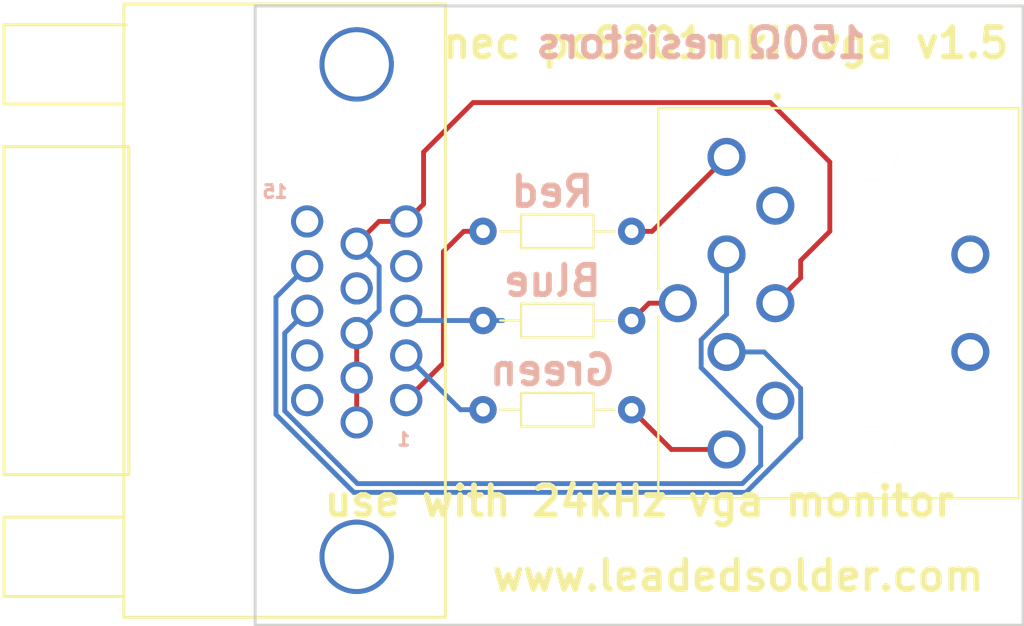
<source format=kicad_pcb>
(kicad_pcb (version 20171130) (host pcbnew "(5.0.0-3-g5ebb6b6)")

  (general
    (thickness 1.6)
    (drawings 14)
    (tracks 51)
    (zones 0)
    (modules 5)
    (nets 17)
  )

  (page A4)
  (layers
    (0 F.Cu signal)
    (31 B.Cu signal)
    (32 B.Adhes user)
    (33 F.Adhes user)
    (34 B.Paste user)
    (35 F.Paste user)
    (36 B.SilkS user)
    (37 F.SilkS user)
    (38 B.Mask user)
    (39 F.Mask user)
    (40 Dwgs.User user)
    (41 Cmts.User user)
    (42 Eco1.User user)
    (43 Eco2.User user)
    (44 Edge.Cuts user)
    (45 Margin user)
    (46 B.CrtYd user)
    (47 F.CrtYd user)
    (48 B.Fab user)
    (49 F.Fab user)
  )

  (setup
    (last_trace_width 0.25)
    (trace_clearance 0.2)
    (zone_clearance 0.508)
    (zone_45_only no)
    (trace_min 0.2)
    (segment_width 0.2)
    (edge_width 0.15)
    (via_size 0.8)
    (via_drill 0.4)
    (via_min_size 0.4)
    (via_min_drill 0.3)
    (uvia_size 0.3)
    (uvia_drill 0.1)
    (uvias_allowed no)
    (uvia_min_size 0.2)
    (uvia_min_drill 0.1)
    (pcb_text_width 0.3)
    (pcb_text_size 1.5 1.5)
    (mod_edge_width 0.15)
    (mod_text_size 1 1)
    (mod_text_width 0.15)
    (pad_size 1.4 1.4)
    (pad_drill 0.7)
    (pad_to_mask_clearance 0.2)
    (aux_axis_origin 0 0)
    (visible_elements FFFFFF7F)
    (pcbplotparams
      (layerselection 0x010fc_ffffffff)
      (usegerberextensions false)
      (usegerberattributes false)
      (usegerberadvancedattributes false)
      (creategerberjobfile false)
      (excludeedgelayer true)
      (linewidth 0.100000)
      (plotframeref false)
      (viasonmask false)
      (mode 1)
      (useauxorigin false)
      (hpglpennumber 1)
      (hpglpenspeed 20)
      (hpglpendiameter 15.000000)
      (psnegative false)
      (psa4output false)
      (plotreference true)
      (plotvalue true)
      (plotinvisibletext false)
      (padsonsilk false)
      (subtractmaskfromsilk false)
      (outputformat 1)
      (mirror false)
      (drillshape 0)
      (scaleselection 1)
      (outputdirectory "plot"))
  )

  (net 0 "")
  (net 1 /Blue)
  (net 2 /Red)
  (net 3 /Green)
  (net 4 /H-Sync)
  (net 5 /V-Sync)
  (net 6 /12V)
  (net 7 /GND)
  (net 8 /Red_VGA)
  (net 9 /Green_VGA)
  (net 10 /Blue_VGA)
  (net 11 /NC)
  (net 12 "Net-(V1-Pad15)")
  (net 13 "Net-(V1-Pad12)")
  (net 14 "Net-(V1-Pad11)")
  (net 15 /KEY)
  (net 16 "Net-(V1-Pad4)")

  (net_class Default "This is the default net class."
    (clearance 0.2)
    (trace_width 0.25)
    (via_dia 0.8)
    (via_drill 0.4)
    (uvia_dia 0.3)
    (uvia_drill 0.1)
    (add_net /12V)
    (add_net /Blue)
    (add_net /Blue_VGA)
    (add_net /GND)
    (add_net /Green)
    (add_net /Green_VGA)
    (add_net /H-Sync)
    (add_net /KEY)
    (add_net /NC)
    (add_net /Red)
    (add_net /Red_VGA)
    (add_net /V-Sync)
    (add_net "Net-(V1-Pad11)")
    (add_net "Net-(V1-Pad12)")
    (add_net "Net-(V1-Pad15)")
    (add_net "Net-(V1-Pad4)")
  )

  (module Connector_TE_AMP_HD15:FIXED-1-1734530-1 (layer F.Cu) (tedit 5BA2F222) (tstamp 5BA320A5)
    (at 168.656 107.696 90)
    (path /5B82E1A2)
    (fp_text reference V1 (at 0 0 90) (layer F.SilkS) hide
      (effects (font (size 1 1) (thickness 0.15)))
    )
    (fp_text value "15kHz VGA" (at 0 0 90) (layer F.SilkS) hide
      (effects (font (size 1 1) (thickness 0.15)))
    )
    (fp_text user "Copyright 2016 Accelerated Designs. All rights reserved." (at 0 0 90) (layer Cmts.User)
      (effects (font (size 0.127 0.127) (thickness 0.002)))
    )
    (fp_text user * (at 0 0 90) (layer F.SilkS) hide
      (effects (font (size 1 1) (thickness 0.15)))
    )
    (fp_text user * (at 0 0 90) (layer F.Fab)
      (effects (font (size 1 1) (thickness 0.15)))
    )
    (fp_line (start 5.215 16.2306) (end 4.58 17.5006) (layer F.Fab) (width 0.1524))
    (fp_line (start 3.945 16.2306) (end 4.58 17.5006) (layer F.Fab) (width 0.1524))
    (fp_line (start 14.6558 0) (end 14.6558 -6.2738) (layer F.SilkS) (width 0.1524))
    (fp_line (start 14.6558 -6.2738) (end 10.5918 -6.2738) (layer F.SilkS) (width 0.1524))
    (fp_line (start 10.5918 -6.2738) (end 10.5918 -0.127) (layer F.SilkS) (width 0.1524))
    (fp_line (start -10.5918 -0.127) (end -10.5918 -6.2738) (layer F.SilkS) (width 0.1524))
    (fp_line (start -10.5918 -6.2738) (end -14.6558 -6.2738) (layer F.SilkS) (width 0.1524))
    (fp_line (start -14.6558 -6.2738) (end -14.6558 -0.127) (layer F.SilkS) (width 0.1524))
    (fp_line (start 14.5288 0) (end 14.5288 -6.1468) (layer F.Fab) (width 0.1524))
    (fp_line (start 14.5288 -6.1468) (end 10.7188 -6.1468) (layer F.Fab) (width 0.1524))
    (fp_line (start 10.7188 -6.1468) (end 10.7188 0) (layer F.Fab) (width 0.1524))
    (fp_line (start 13.5763 0) (end 13.5763 -6.1468) (layer F.Fab) (width 0.1524))
    (fp_line (start 11.6713 -6.1468) (end 11.6713 0) (layer F.Fab) (width 0.1524))
    (fp_line (start -10.7188 0) (end -10.7188 -6.1468) (layer F.Fab) (width 0.1524))
    (fp_line (start -10.7188 -6.1468) (end -14.5288 -6.1468) (layer F.Fab) (width 0.1524))
    (fp_line (start -14.5288 -6.1468) (end -14.5288 0) (layer F.Fab) (width 0.1524))
    (fp_line (start -11.6713 0) (end -11.6713 -6.1468) (layer F.Fab) (width 0.1524))
    (fp_line (start -13.5763 -6.1468) (end -13.5763 0) (layer F.Fab) (width 0.1524))
    (fp_line (start 15.7226 16.3576) (end -15.7226 16.3576) (layer F.SilkS) (width 0.1524))
    (fp_line (start -15.7226 16.3576) (end -15.7226 -0.127) (layer F.SilkS) (width 0.1524))
    (fp_line (start -15.7226 -0.127) (end 15.7226 -0.127) (layer F.SilkS) (width 0.1524))
    (fp_line (start 15.7226 -0.127) (end 15.7226 16.3576) (layer F.SilkS) (width 0.1524))
    (fp_line (start 15.5956 16.2306) (end -15.5956 16.2306) (layer F.Fab) (width 0.1524))
    (fp_line (start -15.5956 16.2306) (end -15.5956 0) (layer F.Fab) (width 0.1524))
    (fp_line (start -15.5956 0) (end 15.5956 0) (layer F.Fab) (width 0.1524))
    (fp_line (start 15.5956 0) (end 15.5956 16.2306) (layer F.Fab) (width 0.1524))
    (fp_line (start 8.4074 0.127) (end -8.4074 0.127) (layer F.SilkS) (width 0.1524))
    (fp_line (start -8.4074 0.127) (end -8.4074 -6.2738) (layer F.SilkS) (width 0.1524))
    (fp_line (start -8.4074 -6.2738) (end 8.4074 -6.2738) (layer F.SilkS) (width 0.1524))
    (fp_line (start 8.4074 -6.2738) (end 8.4074 0.127) (layer F.SilkS) (width 0.1524))
    (fp_line (start 8.2804 0) (end -8.2804 0) (layer F.Fab) (width 0.1524))
    (fp_line (start -8.2804 0) (end -8.2804 -6.1468) (layer F.Fab) (width 0.1524))
    (fp_line (start -8.2804 -6.1468) (end 8.2804 -6.1468) (layer F.Fab) (width 0.1524))
    (fp_line (start 8.2804 -6.1468) (end 8.2804 0) (layer F.Fab) (width 0.1524))
    (fp_line (start -15.8496 -6.4008) (end 15.8496 -6.4008) (layer F.CrtYd) (width 0.1524))
    (fp_line (start 15.8496 -6.4008) (end 15.8496 16.4846) (layer F.CrtYd) (width 0.1524))
    (fp_line (start 15.8496 16.4846) (end -15.8496 16.4846) (layer F.CrtYd) (width 0.1524))
    (fp_line (start -15.8496 16.4846) (end -15.8496 -6.4008) (layer F.CrtYd) (width 0.1524))
    (pad 15 thru_hole circle (at 4.572 9.271 90) (size 1.651 1.651) (drill 1.143) (layers *.Cu *.Mask)
      (net 12 "Net-(V1-Pad15)"))
    (pad 14 thru_hole circle (at 2.282 9.271 90) (size 1.651 1.651) (drill 1.143) (layers *.Cu *.Mask)
      (net 4 /H-Sync))
    (pad 13 thru_hole circle (at -0.008001 9.271 90) (size 1.651 1.651) (drill 1.143) (layers *.Cu *.Mask)
      (net 5 /V-Sync))
    (pad 12 thru_hole circle (at -2.297999 9.271 90) (size 1.651 1.651) (drill 1.143) (layers *.Cu *.Mask)
      (net 13 "Net-(V1-Pad12)"))
    (pad 11 thru_hole circle (at -4.587999 9.271 90) (size 1.651 1.651) (drill 1.143) (layers *.Cu *.Mask)
      (net 14 "Net-(V1-Pad11)"))
    (pad 10 thru_hole circle (at 3.429 11.811 90) (size 1.651 1.651) (drill 1.143) (layers *.Cu *.Mask)
      (net 7 /GND))
    (pad 9 thru_hole circle (at 1.139 11.811 90) (size 1.651 1.651) (drill 1.143) (layers *.Cu *.Mask)
      (net 15 /KEY))
    (pad 8 thru_hole circle (at -1.151001 11.811 90) (size 1.651 1.651) (drill 1.143) (layers *.Cu *.Mask)
      (net 7 /GND))
    (pad 7 thru_hole circle (at -3.440999 11.811 90) (size 1.651 1.651) (drill 1.143) (layers *.Cu *.Mask)
      (net 7 /GND))
    (pad 6 thru_hole circle (at -5.730999 11.811 90) (size 1.651 1.651) (drill 1.143) (layers *.Cu *.Mask)
      (net 7 /GND))
    (pad 5 thru_hole circle (at 4.572 14.351 90) (size 1.651 1.651) (drill 1.143) (layers *.Cu *.Mask)
      (net 7 /GND))
    (pad 4 thru_hole circle (at 2.281936 14.351 90) (size 1.651 1.651) (drill 1.143) (layers *.Cu *.Mask)
      (net 16 "Net-(V1-Pad4)"))
    (pad 3 thru_hole circle (at -0.008128 14.351 90) (size 1.651 1.651) (drill 1.143) (layers *.Cu *.Mask)
      (net 10 /Blue_VGA))
    (pad 2 thru_hole circle (at -2.298192 14.351 90) (size 1.651 1.651) (drill 1.143) (layers *.Cu *.Mask)
      (net 9 /Green_VGA))
    (pad 1 thru_hole circle (at -4.588256 14.351 90) (size 1.651 1.651) (drill 1.143) (layers *.Cu *.Mask)
      (net 8 /Red_VGA))
    (pad 16 thru_hole circle (at 12.6238 11.811 90) (size 3.81 3.81) (drill 3.302) (layers *.Cu *.Mask))
    (pad 17 thru_hole circle (at -12.6238 11.811 90) (size 3.81 3.81) (drill 3.302) (layers *.Cu *.Mask))
  )

  (module Resistors_ThroughHole:R_Axial_DIN0204_L3.6mm_D1.6mm_P7.62mm_Horizontal (layer F.Cu) (tedit 5BB2A1EC) (tstamp 5BB2A8F1)
    (at 186.944 103.632)
    (descr "Resistor, Axial_DIN0204 series, Axial, Horizontal, pin pitch=7.62mm, 0.16666666666666666W = 1/6W, length*diameter=3.6*1.6mm^2, http://cdn-reichelt.de/documents/datenblatt/B400/1_4W%23YAG.pdf")
    (tags "Resistor Axial_DIN0204 series Axial Horizontal pin pitch 7.62mm 0.16666666666666666W = 1/6W length 3.6mm diameter 1.6mm")
    (path /5B82F80D)
    (fp_text reference RRed1 (at 3.81 -1.86) (layer F.SilkS) hide
      (effects (font (size 1 1) (thickness 0.15)))
    )
    (fp_text value 150 (at 3.81 1.86) (layer F.Fab)
      (effects (font (size 1 1) (thickness 0.15)))
    )
    (fp_line (start 8.6 -1.15) (end -0.95 -1.15) (layer F.CrtYd) (width 0.05))
    (fp_line (start 8.6 1.15) (end 8.6 -1.15) (layer F.CrtYd) (width 0.05))
    (fp_line (start -0.95 1.15) (end 8.6 1.15) (layer F.CrtYd) (width 0.05))
    (fp_line (start -0.95 -1.15) (end -0.95 1.15) (layer F.CrtYd) (width 0.05))
    (fp_line (start 6.74 0) (end 5.67 0) (layer F.SilkS) (width 0.12))
    (fp_line (start 0.88 0) (end 1.95 0) (layer F.SilkS) (width 0.12))
    (fp_line (start 5.67 -0.86) (end 1.95 -0.86) (layer F.SilkS) (width 0.12))
    (fp_line (start 5.67 0.86) (end 5.67 -0.86) (layer F.SilkS) (width 0.12))
    (fp_line (start 1.95 0.86) (end 5.67 0.86) (layer F.SilkS) (width 0.12))
    (fp_line (start 1.95 -0.86) (end 1.95 0.86) (layer F.SilkS) (width 0.12))
    (fp_line (start 7.62 0) (end 5.61 0) (layer F.Fab) (width 0.1))
    (fp_line (start 0 0) (end 2.01 0) (layer F.Fab) (width 0.1))
    (fp_line (start 5.61 -0.8) (end 2.01 -0.8) (layer F.Fab) (width 0.1))
    (fp_line (start 5.61 0.8) (end 5.61 -0.8) (layer F.Fab) (width 0.1))
    (fp_line (start 2.01 0.8) (end 5.61 0.8) (layer F.Fab) (width 0.1))
    (fp_line (start 2.01 -0.8) (end 2.01 0.8) (layer F.Fab) (width 0.1))
    (pad 2 thru_hole oval (at 7.62 0) (size 1.4 1.4) (drill 0.7) (layers *.Cu *.Mask)
      (net 2 /Red))
    (pad 1 thru_hole circle (at 0 0) (size 1.4 1.4) (drill 0.7) (layers *.Cu *.Mask)
      (net 8 /Red_VGA))
    (model ${KISYS3DMOD}/Resistors_THT.3dshapes/R_Axial_DIN0204_L3.6mm_D1.6mm_P7.62mm_Horizontal.wrl
      (at (xyz 0 0 0))
      (scale (xyz 0.393701 0.393701 0.393701))
      (rotate (xyz 0 0 0))
    )
  )

  (module Resistors_ThroughHole:R_Axial_DIN0204_L3.6mm_D1.6mm_P7.62mm_Horizontal (layer F.Cu) (tedit 5BB2A1F5) (tstamp 5BB2A8DC)
    (at 186.944 112.776)
    (descr "Resistor, Axial_DIN0204 series, Axial, Horizontal, pin pitch=7.62mm, 0.16666666666666666W = 1/6W, length*diameter=3.6*1.6mm^2, http://cdn-reichelt.de/documents/datenblatt/B400/1_4W%23YAG.pdf")
    (tags "Resistor Axial_DIN0204 series Axial Horizontal pin pitch 7.62mm 0.16666666666666666W = 1/6W length 3.6mm diameter 1.6mm")
    (path /5B82FD72)
    (fp_text reference RGreen1 (at 3.81 -1.86) (layer F.SilkS) hide
      (effects (font (size 1 1) (thickness 0.15)))
    )
    (fp_text value 150 (at 3.81 1.86) (layer F.Fab)
      (effects (font (size 1 1) (thickness 0.15)))
    )
    (fp_line (start 2.01 -0.8) (end 2.01 0.8) (layer F.Fab) (width 0.1))
    (fp_line (start 2.01 0.8) (end 5.61 0.8) (layer F.Fab) (width 0.1))
    (fp_line (start 5.61 0.8) (end 5.61 -0.8) (layer F.Fab) (width 0.1))
    (fp_line (start 5.61 -0.8) (end 2.01 -0.8) (layer F.Fab) (width 0.1))
    (fp_line (start 0 0) (end 2.01 0) (layer F.Fab) (width 0.1))
    (fp_line (start 7.62 0) (end 5.61 0) (layer F.Fab) (width 0.1))
    (fp_line (start 1.95 -0.86) (end 1.95 0.86) (layer F.SilkS) (width 0.12))
    (fp_line (start 1.95 0.86) (end 5.67 0.86) (layer F.SilkS) (width 0.12))
    (fp_line (start 5.67 0.86) (end 5.67 -0.86) (layer F.SilkS) (width 0.12))
    (fp_line (start 5.67 -0.86) (end 1.95 -0.86) (layer F.SilkS) (width 0.12))
    (fp_line (start 0.88 0) (end 1.95 0) (layer F.SilkS) (width 0.12))
    (fp_line (start 6.74 0) (end 5.67 0) (layer F.SilkS) (width 0.12))
    (fp_line (start -0.95 -1.15) (end -0.95 1.15) (layer F.CrtYd) (width 0.05))
    (fp_line (start -0.95 1.15) (end 8.6 1.15) (layer F.CrtYd) (width 0.05))
    (fp_line (start 8.6 1.15) (end 8.6 -1.15) (layer F.CrtYd) (width 0.05))
    (fp_line (start 8.6 -1.15) (end -0.95 -1.15) (layer F.CrtYd) (width 0.05))
    (pad 1 thru_hole circle (at 0 0) (size 1.4 1.4) (drill 0.7) (layers *.Cu *.Mask)
      (net 9 /Green_VGA))
    (pad 2 thru_hole oval (at 7.62 0) (size 1.4 1.4) (drill 0.7) (layers *.Cu *.Mask)
      (net 3 /Green))
    (model ${KISYS3DMOD}/Resistors_THT.3dshapes/R_Axial_DIN0204_L3.6mm_D1.6mm_P7.62mm_Horizontal.wrl
      (at (xyz 0 0 0))
      (scale (xyz 0.393701 0.393701 0.393701))
      (rotate (xyz 0 0 0))
    )
  )

  (module Resistors_ThroughHole:R_Axial_DIN0204_L3.6mm_D1.6mm_P7.62mm_Horizontal (layer F.Cu) (tedit 5BB2A1F0) (tstamp 5BB2A8C7)
    (at 186.944 108.204)
    (descr "Resistor, Axial_DIN0204 series, Axial, Horizontal, pin pitch=7.62mm, 0.16666666666666666W = 1/6W, length*diameter=3.6*1.6mm^2, http://cdn-reichelt.de/documents/datenblatt/B400/1_4W%23YAG.pdf")
    (tags "Resistor Axial_DIN0204 series Axial Horizontal pin pitch 7.62mm 0.16666666666666666W = 1/6W length 3.6mm diameter 1.6mm")
    (path /5B82FE62)
    (fp_text reference R3 (at 3.81 -1.86) (layer F.SilkS) hide
      (effects (font (size 1 1) (thickness 0.15)))
    )
    (fp_text value RBlue (at 3.81 1.86) (layer F.Fab)
      (effects (font (size 1 1) (thickness 0.15)))
    )
    (fp_line (start 8.6 -1.15) (end -0.95 -1.15) (layer F.CrtYd) (width 0.05))
    (fp_line (start 8.6 1.15) (end 8.6 -1.15) (layer F.CrtYd) (width 0.05))
    (fp_line (start -0.95 1.15) (end 8.6 1.15) (layer F.CrtYd) (width 0.05))
    (fp_line (start -0.95 -1.15) (end -0.95 1.15) (layer F.CrtYd) (width 0.05))
    (fp_line (start 6.74 0) (end 5.67 0) (layer F.SilkS) (width 0.12))
    (fp_line (start 0.88 0) (end 1.95 0) (layer F.SilkS) (width 0.12))
    (fp_line (start 5.67 -0.86) (end 1.95 -0.86) (layer F.SilkS) (width 0.12))
    (fp_line (start 5.67 0.86) (end 5.67 -0.86) (layer F.SilkS) (width 0.12))
    (fp_line (start 1.95 0.86) (end 5.67 0.86) (layer F.SilkS) (width 0.12))
    (fp_line (start 1.95 -0.86) (end 1.95 0.86) (layer F.SilkS) (width 0.12))
    (fp_line (start 7.62 0) (end 5.61 0) (layer F.Fab) (width 0.1))
    (fp_line (start 0 0) (end 2.01 0) (layer F.Fab) (width 0.1))
    (fp_line (start 5.61 -0.8) (end 2.01 -0.8) (layer F.Fab) (width 0.1))
    (fp_line (start 5.61 0.8) (end 5.61 -0.8) (layer F.Fab) (width 0.1))
    (fp_line (start 2.01 0.8) (end 5.61 0.8) (layer F.Fab) (width 0.1))
    (fp_line (start 2.01 -0.8) (end 2.01 0.8) (layer F.Fab) (width 0.1))
    (pad 2 thru_hole oval (at 7.62 0) (size 1.4 1.4) (drill 0.7) (layers *.Cu *.Mask)
      (net 1 /Blue))
    (pad 1 thru_hole circle (at 0 0) (size 1.4 1.4) (drill 0.7) (layers *.Cu *.Mask)
      (net 10 /Blue_VGA))
    (model ${KISYS3DMOD}/Resistors_THT.3dshapes/R_Axial_DIN0204_L3.6mm_D1.6mm_P7.62mm_Horizontal.wrl
      (at (xyz 0 0 0))
      (scale (xyz 0.393701 0.393701 0.393701))
      (rotate (xyz 0 0 0))
    )
  )

  (module SDS-80J:CUI_SDS-80J (layer F.Cu) (tedit 5BB29EBB) (tstamp 5B83D66F)
    (at 201.93 107.315 90)
    (path /5B82E0CE)
    (fp_text reference N1 (at -7.37934 -7.5548 90) (layer F.SilkS) hide
      (effects (font (size 1.00263 1.00263) (thickness 0.05)))
    )
    (fp_text value "PC88 RGB" (at -11.43 -2.54 180) (layer F.SilkS) hide
      (effects (font (size 1.00263 1.00263) (thickness 0.05)))
    )
    (fp_line (start -10 -6) (end -10 12.5) (layer F.SilkS) (width 0.127))
    (fp_line (start -10 12.5) (end 10 12.5) (layer F.SilkS) (width 0.127))
    (fp_line (start 10 12.5) (end 10 -6) (layer F.SilkS) (width 0.127))
    (fp_line (start -10.25 12.75) (end -10.25 -6.25) (layer Eco1.User) (width 0.05))
    (fp_line (start -10.25 -6.25) (end 10.25 -6.25) (layer Eco1.User) (width 0.05))
    (fp_line (start 10.25 -6.25) (end 10.25 12.75) (layer Eco1.User) (width 0.05))
    (fp_line (start 10.25 12.75) (end -10.25 12.75) (layer Eco1.User) (width 0.05))
    (fp_circle (center 10.6 0.1) (end 10.7 0.1) (layer F.SilkS) (width 0.2))
    (fp_circle (center 10.6 0.1) (end 10.7 0.1) (layer Dwgs.User) (width 0.2))
    (fp_line (start -10 -6) (end -10 12.5) (layer Dwgs.User) (width 0.127))
    (fp_line (start -10 12.5) (end 10 12.5) (layer Dwgs.User) (width 0.127))
    (fp_line (start 10 12.5) (end 10 -6) (layer Dwgs.User) (width 0.127))
    (fp_line (start 10 -6) (end -10 -6) (layer Dwgs.User) (width 0.127))
    (fp_line (start -10 -6) (end -0.7 -6) (layer F.SilkS) (width 0.127))
    (fp_line (start 10 -6) (end 0.7 -6) (layer F.SilkS) (width 0.127))
    (pad 2 thru_hole circle (at 0 0 90) (size 1.95 1.95) (drill 1.3) (layers *.Cu *.Mask)
      (net 7 /GND))
    (pad 5 thru_hole circle (at -2.5 -2.5 90) (size 1.95 1.95) (drill 1.3) (layers *.Cu *.Mask)
      (net 4 /H-Sync))
    (pad 1 thru_hole circle (at 5 0 90) (size 1.95 1.95) (drill 1.3) (layers *.Cu *.Mask)
      (net 6 /12V))
    (pad 4 thru_hole circle (at 2.5 -2.5 90) (size 1.95 1.95) (drill 1.3) (layers *.Cu *.Mask)
      (net 5 /V-Sync))
    (pad 3 thru_hole circle (at -5 0 90) (size 1.95 1.95) (drill 1.3) (layers *.Cu *.Mask)
      (net 11 /NC))
    (pad S1 thru_hole circle (at -2.5 10 90) (size 1.95 1.95) (drill 1.3) (layers *.Cu *.Mask))
    (pad S2 thru_hole circle (at 2.5 10 90) (size 1.95 1.95) (drill 1.3) (layers *.Cu *.Mask))
    (pad 6 thru_hole circle (at 7.5 -2.5 90) (size 1.95 1.95) (drill 1.3) (layers *.Cu *.Mask)
      (net 2 /Red))
    (pad 7 thru_hole circle (at -7.5 -2.5 90) (size 1.95 1.95) (drill 1.3) (layers *.Cu *.Mask)
      (net 3 /Green))
    (pad 8 thru_hole circle (at 0 -5 90) (size 1.95 1.95) (drill 1.3) (layers *.Cu *.Mask)
      (net 1 /Blue))
    (pad Hole np_thru_hole circle (at -7.5 5 90) (size 2.4 2.4) (drill 2.4) (layers *.Cu *.Mask F.SilkS))
    (pad Hole np_thru_hole circle (at 7.5 5 90) (size 2.4 2.4) (drill 2.4) (layers *.Cu *.Mask F.SilkS))
  )

  (gr_text Blue (at 190.5 106.172) (layer B.SilkS)
    (effects (font (size 1.5 1.5) (thickness 0.3)) (justify mirror))
  )
  (gr_text Green (at 190.5 110.744) (layer B.SilkS)
    (effects (font (size 1.5 1.5) (thickness 0.3)) (justify mirror))
  )
  (gr_text Red (at 190.5 101.6) (layer B.SilkS)
    (effects (font (size 1.5 1.5) (thickness 0.3)) (justify mirror))
  )
  (gr_text 15 (at 176.276 101.6) (layer B.SilkS)
    (effects (font (size 0.65 0.65) (thickness 0.1625)) (justify mirror))
  )
  (gr_text 1 (at 182.88 114.3) (layer B.SilkS)
    (effects (font (size 0.65 0.65) (thickness 0.1625)) (justify mirror))
  )
  (gr_text "use with 24kHz vga monitor" (at 194.945 117.475) (layer F.SilkS)
    (effects (font (size 1.5 1.5) (thickness 0.3)))
  )
  (gr_text "150Ω resistors" (at 198.12 93.98) (layer B.SilkS)
    (effects (font (size 1.5 1.5) (thickness 0.3)) (justify mirror))
  )
  (gr_text "nec pc8801mkII vga v1.5" (at 199.39 93.98) (layer F.SilkS)
    (effects (font (size 1.5 1.5) (thickness 0.3)))
  )
  (gr_text www.leadedsolder.com (at 200.025 121.285) (layer F.SilkS)
    (effects (font (size 1.5 1.5) (thickness 0.3)))
  )
  (gr_line (start 214.63 92.71) (end 214.63 92.075) (layer Edge.Cuts) (width 0.15))
  (gr_line (start 214.63 123.825) (end 214.63 92.71) (layer Edge.Cuts) (width 0.15))
  (gr_line (start 175.26 92.075) (end 214.63 92.075) (layer Edge.Cuts) (width 0.15))
  (gr_line (start 175.26 123.825) (end 214.63 123.825) (layer Edge.Cuts) (width 0.15))
  (gr_line (start 175.26 92.075) (end 175.26 123.825) (layer Edge.Cuts) (width 0.15))

  (segment (start 195.453 107.315) (end 194.564 108.204) (width 0.25) (layer F.Cu) (net 1))
  (segment (start 196.93 107.315) (end 195.453 107.315) (width 0.25) (layer F.Cu) (net 1))
  (segment (start 195.613 103.632) (end 194.564 103.632) (width 0.25) (layer F.Cu) (net 2))
  (segment (start 199.43 99.815) (end 195.613 103.632) (width 0.25) (layer F.Cu) (net 2))
  (segment (start 199.31 114.935) (end 199.43 114.815) (width 0.25) (layer F.Cu) (net 3))
  (segment (start 196.603 114.815) (end 194.564 112.776) (width 0.25) (layer F.Cu) (net 3))
  (segment (start 199.43 114.815) (end 196.603 114.815) (width 0.25) (layer F.Cu) (net 3))
  (segment (start 177.101501 106.239499) (end 177.927 105.414) (width 0.25) (layer B.Cu) (net 4))
  (segment (start 176.326489 113.02264) (end 176.326489 107.014511) (width 0.25) (layer B.Cu) (net 4))
  (segment (start 200.426802 117.01502) (end 180.318868 117.015019) (width 0.25) (layer B.Cu) (net 4))
  (segment (start 203.230001 114.211821) (end 200.426802 117.01502) (width 0.25) (layer B.Cu) (net 4))
  (segment (start 201.354002 109.815) (end 203.230001 111.690999) (width 0.25) (layer B.Cu) (net 4))
  (segment (start 176.326489 107.014511) (end 177.101501 106.239499) (width 0.25) (layer B.Cu) (net 4))
  (segment (start 180.318868 117.015019) (end 176.326489 113.02264) (width 0.25) (layer B.Cu) (net 4))
  (segment (start 203.230001 111.690999) (end 203.230001 114.211821) (width 0.25) (layer B.Cu) (net 4))
  (segment (start 199.43 109.815) (end 201.354002 109.815) (width 0.25) (layer B.Cu) (net 4))
  (segment (start 176.776499 112.83624) (end 176.776499 108.854502) (width 0.25) (layer B.Cu) (net 5))
  (segment (start 180.505269 116.56501) (end 176.776499 112.83624) (width 0.25) (layer B.Cu) (net 5))
  (segment (start 200.240402 116.56501) (end 180.505269 116.56501) (width 0.25) (layer B.Cu) (net 5))
  (segment (start 201.18001 115.625402) (end 200.240402 116.56501) (width 0.25) (layer B.Cu) (net 5))
  (segment (start 201.180011 113.675601) (end 201.18001 115.625402) (width 0.25) (layer B.Cu) (net 5))
  (segment (start 177.101501 108.5295) (end 177.927 107.704001) (width 0.25) (layer B.Cu) (net 5))
  (segment (start 176.776499 108.854502) (end 177.101501 108.5295) (width 0.25) (layer B.Cu) (net 5))
  (segment (start 199.43 104.815) (end 199.43 107.890998) (width 0.25) (layer B.Cu) (net 5))
  (segment (start 198.129999 110.625589) (end 201.180011 113.675601) (width 0.25) (layer B.Cu) (net 5))
  (segment (start 198.129999 109.190999) (end 198.129999 110.625589) (width 0.25) (layer B.Cu) (net 5))
  (segment (start 199.43 107.890998) (end 198.129999 109.190999) (width 0.25) (layer B.Cu) (net 5))
  (segment (start 181.61 103.124) (end 180.467 104.267) (width 0.25) (layer F.Cu) (net 7))
  (segment (start 183.007 103.124) (end 181.61 103.124) (width 0.25) (layer F.Cu) (net 7))
  (segment (start 180.467 108.847001) (end 180.467 113.426999) (width 0.25) (layer F.Cu) (net 7))
  (segment (start 181.292499 105.092499) (end 180.467 104.267) (width 0.25) (layer B.Cu) (net 7))
  (segment (start 181.617501 105.417501) (end 181.292499 105.092499) (width 0.25) (layer B.Cu) (net 7))
  (segment (start 181.617501 107.6965) (end 181.617501 105.417501) (width 0.25) (layer B.Cu) (net 7))
  (segment (start 180.467 108.847001) (end 181.617501 107.6965) (width 0.25) (layer B.Cu) (net 7))
  (segment (start 201.93 107.315) (end 203.230001 106.014999) (width 0.25) (layer F.Cu) (net 7))
  (segment (start 203.230001 106.014999) (end 203.230001 105.125999) (width 0.25) (layer F.Cu) (net 7))
  (segment (start 204.724 103.632) (end 204.724 100.076) (width 0.25) (layer F.Cu) (net 7))
  (segment (start 203.230001 105.125999) (end 204.724 103.632) (width 0.25) (layer F.Cu) (net 7))
  (segment (start 204.724 100.076) (end 201.676 97.028) (width 0.25) (layer F.Cu) (net 7))
  (segment (start 201.676 97.028) (end 186.436 97.028) (width 0.25) (layer F.Cu) (net 7))
  (segment (start 186.436 97.028) (end 183.896 99.568) (width 0.25) (layer F.Cu) (net 7))
  (segment (start 183.896 102.235) (end 183.007 103.124) (width 0.25) (layer F.Cu) (net 7))
  (segment (start 183.896 99.568) (end 183.896 102.235) (width 0.25) (layer F.Cu) (net 7))
  (segment (start 185.954051 103.632) (end 184.912 104.674051) (width 0.25) (layer F.Cu) (net 8))
  (segment (start 186.944 103.632) (end 185.954051 103.632) (width 0.25) (layer F.Cu) (net 8))
  (segment (start 184.912 110.379256) (end 183.007 112.284256) (width 0.25) (layer F.Cu) (net 8))
  (segment (start 184.912 104.674051) (end 184.912 110.379256) (width 0.25) (layer F.Cu) (net 8))
  (segment (start 185.788808 112.776) (end 183.007 109.994192) (width 0.25) (layer B.Cu) (net 9))
  (segment (start 186.944 112.776) (end 185.788808 112.776) (width 0.25) (layer B.Cu) (net 9))
  (segment (start 183.506872 108.204) (end 183.007 107.704128) (width 0.25) (layer B.Cu) (net 10))
  (segment (start 187.96 108.204) (end 183.506872 108.204) (width 0.25) (layer B.Cu) (net 10))

)

</source>
